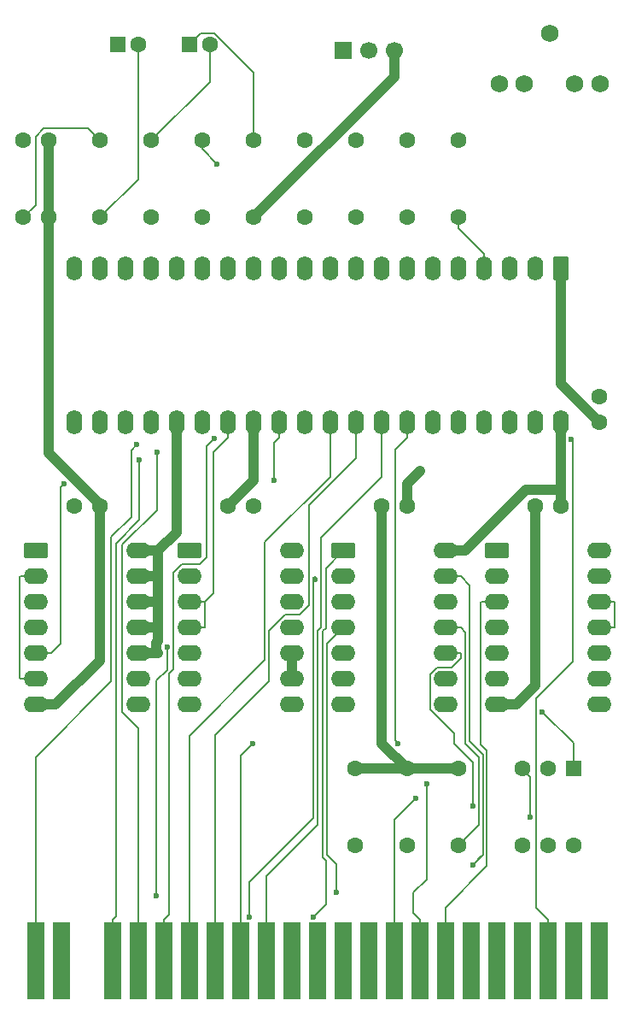
<source format=gbr>
%TF.GenerationSoftware,KiCad,Pcbnew,9.0.3*%
%TF.CreationDate,2025-08-11T15:59:24+01:00*%
%TF.ProjectId,MyZON-X,4d795a4f-4e2d-4582-9e6b-696361645f70,rev?*%
%TF.SameCoordinates,Original*%
%TF.FileFunction,Copper,L1,Top*%
%TF.FilePolarity,Positive*%
%FSLAX46Y46*%
G04 Gerber Fmt 4.6, Leading zero omitted, Abs format (unit mm)*
G04 Created by KiCad (PCBNEW 9.0.3) date 2025-08-11 15:59:24*
%MOMM*%
%LPD*%
G01*
G04 APERTURE LIST*
G04 Aperture macros list*
%AMRoundRect*
0 Rectangle with rounded corners*
0 $1 Rounding radius*
0 $2 $3 $4 $5 $6 $7 $8 $9 X,Y pos of 4 corners*
0 Add a 4 corners polygon primitive as box body*
4,1,4,$2,$3,$4,$5,$6,$7,$8,$9,$2,$3,0*
0 Add four circle primitives for the rounded corners*
1,1,$1+$1,$2,$3*
1,1,$1+$1,$4,$5*
1,1,$1+$1,$6,$7*
1,1,$1+$1,$8,$9*
0 Add four rect primitives between the rounded corners*
20,1,$1+$1,$2,$3,$4,$5,0*
20,1,$1+$1,$4,$5,$6,$7,0*
20,1,$1+$1,$6,$7,$8,$9,0*
20,1,$1+$1,$8,$9,$2,$3,0*%
G04 Aperture macros list end*
%TA.AperFunction,ComponentPad*%
%ADD10C,1.600000*%
%TD*%
%TA.AperFunction,ComponentPad*%
%ADD11RoundRect,0.250000X-0.550000X0.950000X-0.550000X-0.950000X0.550000X-0.950000X0.550000X0.950000X0*%
%TD*%
%TA.AperFunction,ComponentPad*%
%ADD12O,1.600000X2.400000*%
%TD*%
%TA.AperFunction,ConnectorPad*%
%ADD13R,1.778000X7.620000*%
%TD*%
%TA.AperFunction,ComponentPad*%
%ADD14RoundRect,0.250000X-0.550000X0.550000X-0.550000X-0.550000X0.550000X-0.550000X0.550000X0.550000X0*%
%TD*%
%TA.AperFunction,ComponentPad*%
%ADD15R,1.700000X1.700000*%
%TD*%
%TA.AperFunction,ComponentPad*%
%ADD16C,1.700000*%
%TD*%
%TA.AperFunction,ComponentPad*%
%ADD17RoundRect,0.250000X-0.550000X-0.550000X0.550000X-0.550000X0.550000X0.550000X-0.550000X0.550000X0*%
%TD*%
%TA.AperFunction,ComponentPad*%
%ADD18C,1.752600*%
%TD*%
%TA.AperFunction,ComponentPad*%
%ADD19RoundRect,0.250000X-0.950000X-0.550000X0.950000X-0.550000X0.950000X0.550000X-0.950000X0.550000X0*%
%TD*%
%TA.AperFunction,ComponentPad*%
%ADD20O,2.400000X1.600000*%
%TD*%
%TA.AperFunction,ViaPad*%
%ADD21C,0.600000*%
%TD*%
%TA.AperFunction,ViaPad*%
%ADD22C,0.800000*%
%TD*%
%TA.AperFunction,Conductor*%
%ADD23C,1.000000*%
%TD*%
%TA.AperFunction,Conductor*%
%ADD24C,0.200000*%
%TD*%
G04 APERTURE END LIST*
D10*
%TO.P,C5,1*%
%TO.N,VCC*%
X59710000Y-99695000D03*
%TO.P,C5,2*%
%TO.N,GND*%
X62210000Y-99695000D03*
%TD*%
%TO.P,R4,1*%
%TO.N,/OUTA*%
X97790000Y-71120000D03*
%TO.P,R4,2*%
%TO.N,Net-(C1-Pad1)*%
X97790000Y-63500000D03*
%TD*%
D11*
%TO.P,U1,1,GND*%
%TO.N,GND*%
X107940000Y-76200000D03*
D12*
%TO.P,U1,2,NC2*%
%TO.N,unconnected-(U1-NC2-Pad2)*%
X105400000Y-76200000D03*
%TO.P,U1,3,OUTB*%
%TO.N,/OUTB*%
X102860000Y-76200000D03*
%TO.P,U1,4,OUTA*%
%TO.N,/OUTA*%
X100320000Y-76200000D03*
%TO.P,U1,5,NC5*%
%TO.N,unconnected-(U1-NC5-Pad5)*%
X97780000Y-76200000D03*
%TO.P,U1,6,IOB7*%
%TO.N,unconnected-(U1-IOB7-Pad6)*%
X95240000Y-76200000D03*
%TO.P,U1,7,IOB6*%
%TO.N,unconnected-(U1-IOB6-Pad7)*%
X92700000Y-76200000D03*
%TO.P,U1,8,IOB5*%
%TO.N,unconnected-(U1-IOB5-Pad8)*%
X90160000Y-76200000D03*
%TO.P,U1,9,IOB4*%
%TO.N,unconnected-(U1-IOB4-Pad9)*%
X87620000Y-76200000D03*
%TO.P,U1,10,IOB3*%
%TO.N,unconnected-(U1-IOB3-Pad10)*%
X85080000Y-76200000D03*
%TO.P,U1,11,IOB2*%
%TO.N,unconnected-(U1-IOB2-Pad11)*%
X82540000Y-76200000D03*
%TO.P,U1,12,IOB1*%
%TO.N,unconnected-(U1-IOB1-Pad12)*%
X80000000Y-76200000D03*
%TO.P,U1,13,IOB0*%
%TO.N,unconnected-(U1-IOB0-Pad13)*%
X77460000Y-76200000D03*
%TO.P,U1,14,IOA7*%
%TO.N,unconnected-(U1-IOA7-Pad14)*%
X74920000Y-76200000D03*
%TO.P,U1,15,IOA6*%
%TO.N,unconnected-(U1-IOA6-Pad15)*%
X72380000Y-76200000D03*
%TO.P,U1,16,IOA5*%
%TO.N,unconnected-(U1-IOA5-Pad16)*%
X69840000Y-76200000D03*
%TO.P,U1,17,IOA4*%
%TO.N,unconnected-(U1-IOA4-Pad17)*%
X67300000Y-76200000D03*
%TO.P,U1,18,IOA3*%
%TO.N,unconnected-(U1-IOA3-Pad18)*%
X64760000Y-76200000D03*
%TO.P,U1,19,IOA2*%
%TO.N,unconnected-(U1-IOA2-Pad19)*%
X62220000Y-76200000D03*
%TO.P,U1,20,IOA1*%
%TO.N,unconnected-(U1-IOA1-Pad20)*%
X59680000Y-76200000D03*
%TO.P,U1,21,IOA0*%
%TO.N,unconnected-(U1-IOA0-Pad21)*%
X59680000Y-91440000D03*
%TO.P,U1,22,CLOCK*%
%TO.N,/PSGCLK*%
X62220000Y-91440000D03*
%TO.P,U1,23,RESET*%
%TO.N,/~{RESET}*%
X64760000Y-91440000D03*
%TO.P,U1,24,A9*%
%TO.N,VCC*%
X67300000Y-91440000D03*
%TO.P,U1,25,A8*%
X69840000Y-91440000D03*
%TO.P,U1,26,TEST2*%
%TO.N,unconnected-(U1-TEST2-Pad26)*%
X72380000Y-91440000D03*
%TO.P,U1,27,BDIR*%
%TO.N,/BDIR*%
X74920000Y-91440000D03*
%TO.P,U1,28,BC2*%
%TO.N,VCC*%
X77460000Y-91440000D03*
%TO.P,U1,29,BC1*%
%TO.N,/BC1*%
X80000000Y-91440000D03*
%TO.P,U1,30,D7*%
%TO.N,/D7*%
X82540000Y-91440000D03*
%TO.P,U1,31,D6*%
%TO.N,/D6*%
X85080000Y-91440000D03*
%TO.P,U1,32,D5*%
%TO.N,/D5*%
X87620000Y-91440000D03*
%TO.P,U1,33,D4*%
%TO.N,/D4*%
X90160000Y-91440000D03*
%TO.P,U1,34,D3*%
%TO.N,/D3*%
X92700000Y-91440000D03*
%TO.P,U1,35,D2*%
%TO.N,/D2*%
X95240000Y-91440000D03*
%TO.P,U1,36,D1*%
%TO.N,/D1*%
X97780000Y-91440000D03*
%TO.P,U1,37,D0*%
%TO.N,/D0*%
X100320000Y-91440000D03*
%TO.P,U1,38,OUTC*%
%TO.N,/OUTC*%
X102860000Y-91440000D03*
%TO.P,U1,39,TEST1*%
%TO.N,unconnected-(U1-TEST1-Pad39)*%
X105400000Y-91440000D03*
%TO.P,U1,40,VCC*%
%TO.N,VCC*%
X107940000Y-91440000D03*
%TD*%
D10*
%TO.P,R11,1*%
%TO.N,Net-(C2-Pad2)*%
X62230000Y-71120000D03*
%TO.P,R11,2*%
%TO.N,Net-(CO3-Pin_1)*%
X62230000Y-63500000D03*
%TD*%
%TO.P,C3,1*%
%TO.N,Net-(CO3-Pin_2)*%
X54635000Y-63500000D03*
%TO.P,C3,2*%
%TO.N,GND*%
X57135000Y-63500000D03*
%TD*%
%TO.P,R3,1*%
%TO.N,VCC*%
X87555000Y-125730000D03*
%TO.P,R3,2*%
%TO.N,Net-(R3-Pad2)*%
X87555000Y-133350000D03*
%TD*%
%TO.P,C6,1*%
%TO.N,VCC*%
X74950000Y-99695000D03*
%TO.P,C6,2*%
%TO.N,GND*%
X77450000Y-99695000D03*
%TD*%
D13*
%TO.P,CO1,B3,D7*%
%TO.N,/D7*%
X55874982Y-144780000D03*
%TO.P,CO1,B4,~{RAMCS}*%
%TO.N,unconnected-(CO1-~{RAMCS}-PadB4)*%
X58414982Y-144780000D03*
%TO.P,CO1,B6,D0*%
%TO.N,/D0*%
X63494982Y-144780000D03*
%TO.P,CO1,B7,D1*%
%TO.N,/D1*%
X66034982Y-144780000D03*
%TO.P,CO1,B8,D2*%
%TO.N,/D2*%
X68574982Y-144780000D03*
%TO.P,CO1,B9,D6*%
%TO.N,/D6*%
X71114982Y-144780000D03*
%TO.P,CO1,B10,D5*%
%TO.N,/D5*%
X73654982Y-144780000D03*
%TO.P,CO1,B11,D3*%
%TO.N,/D3*%
X76194982Y-144780000D03*
%TO.P,CO1,B12,D4*%
%TO.N,/D4*%
X78724982Y-144780000D03*
%TO.P,CO1,B13,~{INT}*%
%TO.N,unconnected-(CO1-~{INT}-PadB13)*%
X81274982Y-144780000D03*
%TO.P,CO1,B14,~{NMI}*%
%TO.N,unconnected-(CO1-~{NMI}-PadB14)*%
X83814982Y-144780000D03*
%TO.P,CO1,B15,~{HALT}*%
%TO.N,unconnected-(CO1-~{HALT}-PadB15)*%
X86354982Y-144780000D03*
%TO.P,CO1,B16,~{MREQ}*%
%TO.N,unconnected-(CO1-~{MREQ}-PadB16)*%
X88894982Y-144780000D03*
%TO.P,CO1,B17,~{IOREQ}*%
%TO.N,/~{IOREQ}*%
X91434982Y-144780000D03*
%TO.P,CO1,B18,~{RD}*%
%TO.N,/~{RD}*%
X93974982Y-144780000D03*
%TO.P,CO1,B19,~{WR}*%
%TO.N,/~{WR}*%
X96514982Y-144780000D03*
%TO.P,CO1,B20,~{BUSAC}*%
%TO.N,unconnected-(CO1-~{BUSAC}-PadB20)*%
X99054982Y-144780000D03*
%TO.P,CO1,B21,~{WAIT}*%
%TO.N,unconnected-(CO1-~{WAIT}-PadB21)*%
X101594982Y-144780000D03*
%TO.P,CO1,B22,~{BUSRQ}*%
%TO.N,unconnected-(CO1-~{BUSRQ}-PadB22)*%
X104134982Y-144780000D03*
%TO.P,CO1,B23,~{RESET}*%
%TO.N,/~{RESET}*%
X106674982Y-144780000D03*
%TO.P,CO1,B24,~{M1}*%
%TO.N,unconnected-(CO1-~{M1}-PadB24)*%
X109214982Y-144780000D03*
%TO.P,CO1,B25,~{RFSH}*%
%TO.N,unconnected-(CO1-~{RFSH}-PadB25)*%
X111754982Y-144780000D03*
%TD*%
D10*
%TO.P,R1,1*%
%TO.N,VCC*%
X97785000Y-125730000D03*
%TO.P,R1,2*%
%TO.N,Net-(R1-Pad2)*%
X97785000Y-133350000D03*
%TD*%
D14*
%TO.P,SW1,1*%
%TO.N,Net-(R3-Pad2)*%
X109220000Y-125730000D03*
D10*
%TO.P,SW1,2*%
%TO.N,Net-(R2-Pad2)*%
X106680000Y-125730000D03*
%TO.P,SW1,3*%
%TO.N,Net-(R1-Pad2)*%
X104140000Y-125730000D03*
%TO.P,SW1,4*%
%TO.N,/A6*%
X104140000Y-133350000D03*
%TO.P,SW1,5*%
%TO.N,/A5*%
X106680000Y-133350000D03*
%TO.P,SW1,6*%
%TO.N,/A4*%
X109220000Y-133350000D03*
%TD*%
%TO.P,R8,1*%
%TO.N,Net-(C1-Pad1)*%
X77470000Y-63500000D03*
%TO.P,R8,2*%
%TO.N,GND*%
X77470000Y-71120000D03*
%TD*%
%TO.P,R2,1*%
%TO.N,VCC*%
X92705000Y-125730000D03*
%TO.P,R2,2*%
%TO.N,Net-(R2-Pad2)*%
X92705000Y-133350000D03*
%TD*%
D15*
%TO.P,CO3,1,Pin_1*%
%TO.N,Net-(CO3-Pin_1)*%
X86355000Y-54610000D03*
D16*
%TO.P,CO3,2,Pin_2*%
%TO.N,Net-(CO3-Pin_2)*%
X88895000Y-54610000D03*
%TO.P,CO3,3,Pin_3*%
%TO.N,GND*%
X91435000Y-54610000D03*
%TD*%
D10*
%TO.P,C4,1*%
%TO.N,Net-(CO3-Pin_1)*%
X54615000Y-71120000D03*
%TO.P,C4,2*%
%TO.N,GND*%
X57115000Y-71120000D03*
%TD*%
D17*
%TO.P,C2,1*%
%TO.N,Net-(C2-Pad1)*%
X64035000Y-53975000D03*
D10*
%TO.P,C2,2*%
%TO.N,Net-(C2-Pad2)*%
X66035000Y-53975000D03*
%TD*%
%TO.P,R7,1*%
%TO.N,Net-(C1-Pad1)*%
X82550000Y-63500000D03*
%TO.P,R7,2*%
%TO.N,/OUTC*%
X82550000Y-71120000D03*
%TD*%
%TO.P,R5,1*%
%TO.N,/OUTB*%
X92710000Y-71120000D03*
%TO.P,R5,2*%
%TO.N,Net-(C2-Pad1)*%
X92710000Y-63500000D03*
%TD*%
D18*
%TO.P,CO2,1,1*%
%TO.N,unconnected-(CO2-Pad1)*%
X111845100Y-57840000D03*
%TO.P,CO2,2,2*%
%TO.N,Net-(CO3-Pin_2)*%
X109345100Y-57840000D03*
%TO.P,CO2,3,3*%
%TO.N,Net-(CO3-Pin_1)*%
X104345100Y-57840000D03*
%TO.P,CO2,4,4*%
%TO.N,unconnected-(CO2-Pad4)*%
X101845100Y-57840000D03*
%TO.P,CO2,5,5*%
%TO.N,GND*%
X106845100Y-52840000D03*
%TD*%
D19*
%TO.P,U4,1*%
%TO.N,/A3*%
X86360000Y-104140000D03*
D20*
%TO.P,U4,2*%
%TO.N,/A2*%
X86360000Y-106680000D03*
%TO.P,U4,3*%
%TO.N,Net-(U4-Pad12)*%
X86360000Y-109220000D03*
%TO.P,U4,4*%
%TO.N,/A0*%
X86360000Y-111760000D03*
%TO.P,U4,5*%
%TO.N,Net-(U4-Pad5)*%
X86360000Y-114300000D03*
%TO.P,U4,6*%
%TO.N,/VALID*%
X86360000Y-116840000D03*
%TO.P,U4,7,GND*%
%TO.N,GND*%
X86360000Y-119380000D03*
%TO.P,U4,8*%
%TO.N,Net-(U4-Pad5)*%
X96520000Y-119380000D03*
%TO.P,U4,9*%
%TO.N,Net-(R3-Pad2)*%
X96520000Y-116840000D03*
%TO.P,U4,10*%
%TO.N,Net-(R2-Pad2)*%
X96520000Y-114300000D03*
%TO.P,U4,11*%
%TO.N,Net-(R1-Pad2)*%
X96520000Y-111760000D03*
%TO.P,U4,12*%
%TO.N,Net-(U4-Pad12)*%
X96520000Y-109220000D03*
%TO.P,U4,13*%
%TO.N,/A1*%
X96520000Y-106680000D03*
%TO.P,U4,14,VCC*%
%TO.N,VCC*%
X96520000Y-104140000D03*
%TD*%
D19*
%TO.P,U5,1*%
%TO.N,/IOWR*%
X101600000Y-104140000D03*
D20*
%TO.P,U5,2*%
%TO.N,/~{IOREQ}*%
X101600000Y-106680000D03*
%TO.P,U5,3*%
%TO.N,/~{WR}*%
X101600000Y-109220000D03*
%TO.P,U5,4*%
%TO.N,Net-(U5-Pad11)*%
X101600000Y-111760000D03*
%TO.P,U5,5*%
%TO.N,Net-(U3-Pad6)*%
X101600000Y-114300000D03*
%TO.P,U5,6*%
%TO.N,Net-(U3-Pad11)*%
X101600000Y-116840000D03*
%TO.P,U5,7,GND*%
%TO.N,GND*%
X101600000Y-119380000D03*
%TO.P,U5,8*%
%TO.N,/~{IOREQ}*%
X111760000Y-119380000D03*
%TO.P,U5,9*%
%TO.N,/~{RD}*%
X111760000Y-116840000D03*
%TO.P,U5,10*%
%TO.N,/IORD*%
X111760000Y-114300000D03*
%TO.P,U5,11*%
%TO.N,Net-(U5-Pad11)*%
X111760000Y-111760000D03*
%TO.P,U5,12*%
X111760000Y-109220000D03*
%TO.P,U5,13*%
%TO.N,/BC1*%
X111760000Y-106680000D03*
%TO.P,U5,14,VCC*%
%TO.N,VCC*%
X111760000Y-104140000D03*
%TD*%
D17*
%TO.P,C1,1*%
%TO.N,Net-(C1-Pad1)*%
X71115000Y-53975000D03*
D10*
%TO.P,C1,2*%
%TO.N,Net-(C1-Pad2)*%
X73115000Y-53975000D03*
%TD*%
%TO.P,R6,1*%
%TO.N,Net-(C2-Pad1)*%
X87630000Y-63500000D03*
%TO.P,R6,2*%
%TO.N,/OUTC*%
X87630000Y-71120000D03*
%TD*%
%TO.P,C9,1*%
%TO.N,VCC*%
X111755000Y-88900000D03*
%TO.P,C9,2*%
%TO.N,GND*%
X111755000Y-91400000D03*
%TD*%
D19*
%TO.P,U3,1*%
%TO.N,/VALID*%
X71120000Y-104140000D03*
D20*
%TO.P,U3,2*%
%TO.N,/IOWR*%
X71120000Y-106680000D03*
%TO.P,U3,3*%
%TO.N,/BDIR*%
X71120000Y-109220000D03*
%TO.P,U3,4*%
X71120000Y-111760000D03*
%TO.P,U3,5*%
%TO.N,/A7*%
X71120000Y-114300000D03*
%TO.P,U3,6*%
%TO.N,Net-(U3-Pad6)*%
X71120000Y-116840000D03*
%TO.P,U3,7,GND*%
%TO.N,GND*%
X71120000Y-119380000D03*
%TO.P,U3,8*%
%TO.N,unconnected-(U3-Pad8)*%
X81280000Y-119380000D03*
%TO.P,U3,9*%
%TO.N,GND*%
X81280000Y-116840000D03*
%TO.P,U3,10*%
X81280000Y-114300000D03*
%TO.P,U3,11*%
%TO.N,Net-(U3-Pad11)*%
X81280000Y-111760000D03*
%TO.P,U3,12*%
%TO.N,/VALID*%
X81280000Y-109220000D03*
%TO.P,U3,13*%
%TO.N,/IORD*%
X81280000Y-106680000D03*
%TO.P,U3,14,VCC*%
%TO.N,VCC*%
X81280000Y-104140000D03*
%TD*%
D19*
%TO.P,U2,1,~{R}*%
%TO.N,VCC*%
X55880000Y-104140000D03*
D20*
%TO.P,U2,2,D*%
%TO.N,Net-(U2A-D)*%
X55880000Y-106680000D03*
%TO.P,U2,3,C*%
%TO.N,/CLK*%
X55880000Y-109220000D03*
%TO.P,U2,4,~{S}*%
%TO.N,VCC*%
X55880000Y-111760000D03*
%TO.P,U2,5,Q*%
%TO.N,/PSGCLK*%
X55880000Y-114300000D03*
%TO.P,U2,6,~{Q}*%
%TO.N,Net-(U2A-D)*%
X55880000Y-116840000D03*
%TO.P,U2,7,GND*%
%TO.N,GND*%
X55880000Y-119380000D03*
%TO.P,U2,8,~{Q}*%
%TO.N,unconnected-(U2B-~{Q}-Pad8)*%
X66040000Y-119380000D03*
%TO.P,U2,9,Q*%
%TO.N,unconnected-(U2B-Q-Pad9)*%
X66040000Y-116840000D03*
%TO.P,U2,10,~{S}*%
%TO.N,VCC*%
X66040000Y-114300000D03*
%TO.P,U2,11,C*%
X66040000Y-111760000D03*
%TO.P,U2,12,D*%
X66040000Y-109220000D03*
%TO.P,U2,13,~{R}*%
X66040000Y-106680000D03*
%TO.P,U2,14,VCC*%
X66040000Y-104140000D03*
%TD*%
D10*
%TO.P,R10,1*%
%TO.N,Net-(C1-Pad2)*%
X67310000Y-63500000D03*
%TO.P,R10,2*%
%TO.N,Net-(CO3-Pin_2)*%
X67310000Y-71120000D03*
%TD*%
%TO.P,C7,1*%
%TO.N,VCC*%
X90190000Y-99695000D03*
%TO.P,C7,2*%
%TO.N,GND*%
X92690000Y-99695000D03*
%TD*%
%TO.P,C8,1*%
%TO.N,VCC*%
X107930000Y-99695000D03*
%TO.P,C8,2*%
%TO.N,GND*%
X105430000Y-99695000D03*
%TD*%
%TO.P,R9,1*%
%TO.N,Net-(C2-Pad1)*%
X72390000Y-63500000D03*
%TO.P,R9,2*%
%TO.N,GND*%
X72390000Y-71120000D03*
%TD*%
D21*
%TO.N,Net-(C2-Pad1)*%
X73854100Y-65804800D03*
%TO.N,/CLK*%
X67857500Y-138341200D03*
X68882100Y-113650600D03*
%TO.N,/D2*%
X73614600Y-92992100D03*
%TO.N,/D7*%
X65902100Y-93644300D03*
%TO.N,/~{RESET}*%
X108978100Y-93080000D03*
%TO.N,/A3*%
X83370800Y-140394800D03*
%TO.N,/~{RD}*%
X94641100Y-127236000D03*
%TO.N,/A2*%
X77065500Y-140394800D03*
X83555600Y-106966700D03*
%TO.N,/~{IOREQ}*%
X93521600Y-128651100D03*
%TO.N,/A1*%
X99216600Y-135226300D03*
%TO.N,/A0*%
X85719800Y-137949900D03*
%TO.N,/D3*%
X77350700Y-123256000D03*
X91822500Y-123222800D03*
%TO.N,/D0*%
X66167300Y-95157100D03*
%TO.N,/D1*%
X67902700Y-94400700D03*
%TO.N,Net-(R1-Pad2)*%
X104921500Y-130481600D03*
%TO.N,Net-(R2-Pad2)*%
X99208300Y-129409800D03*
%TO.N,Net-(R3-Pad2)*%
X106107500Y-120072900D03*
%TO.N,/PSGCLK*%
X58684600Y-97495800D03*
%TO.N,/BC1*%
X79472300Y-97130800D03*
D22*
%TO.N,GND*%
X93949800Y-96249200D03*
%TD*%
D23*
%TO.N,GND*%
X92690000Y-97509000D02*
X92690000Y-99695000D01*
X93949800Y-96249200D02*
X92690000Y-97509000D01*
D24*
%TO.N,Net-(C1-Pad2)*%
X73115000Y-57695000D02*
X73115000Y-53975000D01*
X67310000Y-63500000D02*
X73115000Y-57695000D01*
%TO.N,Net-(C1-Pad1)*%
X72223800Y-52866200D02*
X71115000Y-53975000D01*
X77470000Y-56757500D02*
X73578700Y-52866200D01*
X73578700Y-52866200D02*
X72223800Y-52866200D01*
X77470000Y-63500000D02*
X77470000Y-56757500D01*
%TO.N,Net-(C2-Pad1)*%
X72390000Y-64340700D02*
X73854100Y-65804800D01*
X72390000Y-63500000D02*
X72390000Y-64340700D01*
%TO.N,Net-(C2-Pad2)*%
X66035000Y-67315000D02*
X62230000Y-71120000D01*
X66035000Y-53975000D02*
X66035000Y-67315000D01*
D23*
%TO.N,GND*%
X62210000Y-99695000D02*
X62210000Y-99533900D01*
X57125000Y-94448900D02*
X57125000Y-71120000D01*
X57115000Y-71120000D02*
X57125000Y-71120000D01*
X91435000Y-57155000D02*
X77470000Y-71120000D01*
X107940000Y-87585000D02*
X107940000Y-76200000D01*
X91435000Y-54610000D02*
X91435000Y-57155000D01*
X55880000Y-119380000D02*
X57831700Y-119380000D01*
X101600000Y-119380000D02*
X103551700Y-119380000D01*
X105430000Y-99695000D02*
X105430000Y-117501700D01*
X57125000Y-63510000D02*
X57135000Y-63500000D01*
X81280000Y-114300000D02*
X81280000Y-116840000D01*
X57125000Y-71120000D02*
X57125000Y-63510000D01*
X62210000Y-115001700D02*
X57831700Y-119380000D01*
X111755000Y-91400000D02*
X107940000Y-87585000D01*
X62210000Y-99533900D02*
X57125000Y-94448900D01*
X105430000Y-117501700D02*
X103551700Y-119380000D01*
X62210000Y-99695000D02*
X62210000Y-115001700D01*
%TO.N,VCC*%
X66040000Y-111760000D02*
X67991700Y-111760000D01*
X92705000Y-125730000D02*
X90190000Y-123215000D01*
X67991700Y-113053700D02*
X67830400Y-113215000D01*
X69840000Y-102291700D02*
X67991700Y-104140000D01*
X107926400Y-98105500D02*
X104506200Y-98105500D01*
X96520000Y-104140000D02*
X98471700Y-104140000D01*
X87555000Y-125730000D02*
X92705000Y-125730000D01*
X107930000Y-99695000D02*
X107930000Y-98109100D01*
X67830400Y-114086200D02*
X67991700Y-114247500D01*
X67830400Y-113215000D02*
X67830400Y-114086200D01*
X66040000Y-106680000D02*
X67991700Y-106680000D01*
X107940000Y-91440000D02*
X107926400Y-91453600D01*
X67991700Y-109220000D02*
X67991700Y-106680000D01*
X104506200Y-98105500D02*
X98471700Y-104140000D01*
X66040000Y-114300000D02*
X67991700Y-114300000D01*
X67991700Y-111760000D02*
X67991700Y-109220000D01*
X66040000Y-104140000D02*
X67991700Y-104140000D01*
X67991700Y-104140000D02*
X67991700Y-106680000D01*
X69840000Y-91440000D02*
X69840000Y-102291700D01*
X67991700Y-111760000D02*
X67991700Y-113053700D01*
X107926400Y-91453600D02*
X107926400Y-98105500D01*
X90190000Y-123215000D02*
X90190000Y-99695000D01*
X77460000Y-97185000D02*
X74950000Y-99695000D01*
X107930000Y-98109100D02*
X107926400Y-98105500D01*
X97785000Y-125730000D02*
X92705000Y-125730000D01*
X66040000Y-109220000D02*
X67991700Y-109220000D01*
X67991700Y-114247500D02*
X67991700Y-114300000D01*
X77460000Y-91440000D02*
X77460000Y-97185000D01*
D24*
%TO.N,/CLK*%
X68882100Y-113650600D02*
X68882100Y-115937400D01*
X67857500Y-116962000D02*
X67857500Y-138341200D01*
X68882100Y-115937400D02*
X67857500Y-116962000D01*
%TO.N,/D2*%
X69082100Y-116305400D02*
X69082100Y-140161200D01*
X70321100Y-105473900D02*
X69483800Y-106311200D01*
X69482300Y-115905200D02*
X69082100Y-116305400D01*
X69482300Y-115573500D02*
X69482300Y-115905200D01*
X72822900Y-104764300D02*
X72113300Y-105473900D01*
X69483800Y-106311200D02*
X69483800Y-115572000D01*
X69082100Y-140161200D02*
X68575000Y-140668300D01*
X72113300Y-105473900D02*
X70321100Y-105473900D01*
X72822900Y-93783800D02*
X72822900Y-104764300D01*
X69483800Y-115572000D02*
X69482300Y-115573500D01*
X73614600Y-92992100D02*
X72822900Y-93783800D01*
X68575000Y-144780000D02*
X68575000Y-140668300D01*
%TO.N,/D7*%
X63361600Y-117074600D02*
X55875000Y-124561200D01*
X63361600Y-102759600D02*
X63361600Y-117074600D01*
X55875000Y-124561200D02*
X55875000Y-144780000D01*
X65363900Y-94182500D02*
X65363900Y-100757300D01*
X65902100Y-93644300D02*
X65363900Y-94182500D01*
X65363900Y-100757300D02*
X63361600Y-102759600D01*
%TO.N,/D5*%
X79000400Y-117078900D02*
X73655000Y-122424300D01*
X82023500Y-110490000D02*
X80588600Y-110490000D01*
X79000400Y-112078200D02*
X79000400Y-117078900D01*
X87620000Y-91440000D02*
X87620000Y-94915800D01*
X87620000Y-94915800D02*
X82953900Y-99581900D01*
X82953900Y-109559600D02*
X82023500Y-110490000D01*
X80588600Y-110490000D02*
X79000400Y-112078200D01*
X73655000Y-122424300D02*
X73655000Y-144780000D01*
X82953900Y-99581900D02*
X82953900Y-109559600D01*
%TO.N,Net-(CO3-Pin_1)*%
X56670800Y-62316700D02*
X55849700Y-63137800D01*
X61046700Y-62316700D02*
X56670800Y-62316700D01*
X55849700Y-69885300D02*
X54615000Y-71120000D01*
X55849700Y-63137800D02*
X55849700Y-69885300D01*
X62230000Y-63500000D02*
X61046700Y-62316700D01*
%TO.N,/~{RESET}*%
X106675000Y-140668300D02*
X105523200Y-139516500D01*
X106675000Y-144780000D02*
X106675000Y-140668300D01*
X105489100Y-130198300D02*
X105489100Y-118784700D01*
X105489100Y-118784700D02*
X109155400Y-115118400D01*
X109155400Y-93257300D02*
X108978100Y-93080000D01*
X105523200Y-139516500D02*
X105523200Y-130232400D01*
X105523200Y-130232400D02*
X105489100Y-130198300D01*
X109155400Y-115118400D02*
X109155400Y-93257300D01*
%TO.N,/D4*%
X84187100Y-102826800D02*
X84187100Y-111685000D01*
X83825100Y-112047000D02*
X83825100Y-112712200D01*
X83825100Y-112712200D02*
X83825100Y-131278600D01*
X90160000Y-96853900D02*
X84187100Y-102826800D01*
X78725000Y-136378700D02*
X78725000Y-144780000D01*
X90160000Y-91440000D02*
X90160000Y-96853900D01*
X83825100Y-131278600D02*
X78725000Y-136378700D01*
X84187100Y-111685000D02*
X83825100Y-112047000D01*
%TO.N,/A3*%
X84462200Y-134651900D02*
X84628500Y-134818200D01*
X84344500Y-134534200D02*
X84462200Y-134651900D01*
X84628500Y-105871500D02*
X84628500Y-111811700D01*
X84628500Y-139137100D02*
X83370800Y-140394800D01*
X84628500Y-111811700D02*
X84344500Y-112095700D01*
X86360000Y-104140000D02*
X84628500Y-105871500D01*
X84462200Y-134651900D02*
X84628500Y-134818200D01*
X84344500Y-112095700D02*
X84344500Y-134534200D01*
X84628500Y-134818200D02*
X84628500Y-139137100D01*
%TO.N,/~{RD}*%
X93975000Y-140668300D02*
X93334000Y-140027300D01*
X93975000Y-144780000D02*
X93975000Y-140668300D01*
X94641100Y-136684300D02*
X94641100Y-127236000D01*
X93334000Y-140027300D02*
X93334000Y-137991400D01*
X93334000Y-137991400D02*
X94641100Y-136684300D01*
%TO.N,/D6*%
X78598700Y-103284800D02*
X78598700Y-114954700D01*
X85080000Y-91440000D02*
X85080000Y-96803500D01*
X71115000Y-122438400D02*
X71115000Y-144780000D01*
X85080000Y-96803500D02*
X78598700Y-103284800D01*
X78598700Y-114954700D02*
X71115000Y-122438400D01*
%TO.N,/A2*%
X77065500Y-136918700D02*
X77065500Y-140394800D01*
X83423400Y-130560800D02*
X77065500Y-136918700D01*
X83555600Y-106966700D02*
X83423400Y-107098900D01*
X83555600Y-106966700D02*
X83555600Y-106680000D01*
X83423400Y-107098900D02*
X83423400Y-130560800D01*
X83555600Y-106680000D02*
X83555600Y-106966700D01*
%TO.N,/~{IOREQ}*%
X91435000Y-130737700D02*
X91435000Y-144780000D01*
X93521600Y-128651100D02*
X91435000Y-130737700D01*
%TO.N,/A1*%
X96520000Y-106680000D02*
X98021700Y-106680000D01*
X99216600Y-135226300D02*
X99216600Y-135227900D01*
X99216600Y-135227900D02*
X99216600Y-135226300D01*
X99216600Y-135226300D02*
X100002100Y-134440800D01*
X99216600Y-135226300D02*
X100222000Y-134220900D01*
X98917700Y-123003100D02*
X98917700Y-107576000D01*
X100222000Y-134220900D02*
X100222000Y-124307400D01*
X100222000Y-124307400D02*
X98917700Y-123003100D01*
X98917700Y-107576000D02*
X98021700Y-106680000D01*
X100002100Y-134440800D02*
X99216600Y-135226300D01*
%TO.N,/A0*%
X85719800Y-135141300D02*
X85719800Y-137949900D01*
X84778600Y-113341400D02*
X84778600Y-134200100D01*
X84778600Y-134200100D02*
X85719800Y-135141300D01*
X86360000Y-111760000D02*
X84778600Y-113341400D01*
%TO.N,/D3*%
X77196200Y-123410500D02*
X77350700Y-123256000D01*
X77350700Y-123256000D02*
X77196200Y-123410500D01*
X91535700Y-122936000D02*
X91535700Y-94106000D01*
X92700000Y-91440000D02*
X92700000Y-92941700D01*
X91822500Y-123222800D02*
X91535700Y-122936000D01*
X91822500Y-123222800D02*
X91535700Y-122936000D01*
X77350700Y-123256000D02*
X76195000Y-124411700D01*
X91535700Y-94106000D02*
X92700000Y-92941700D01*
X76195000Y-124411700D02*
X76195000Y-144780000D01*
X91535700Y-122936000D02*
X91822500Y-123222800D01*
%TO.N,/D0*%
X66167300Y-101089900D02*
X63811100Y-103446100D01*
X66167300Y-95157100D02*
X66167300Y-101089900D01*
X63811100Y-140352200D02*
X63495000Y-140668300D01*
X63811100Y-103446100D02*
X63811100Y-140352200D01*
X63495000Y-144780000D02*
X63495000Y-140668300D01*
%TO.N,/~{WR}*%
X100625200Y-135370700D02*
X100625200Y-123896000D01*
X96515000Y-144780000D02*
X96515000Y-139480900D01*
X101600000Y-109220000D02*
X100098300Y-109220000D01*
X96515000Y-139480900D02*
X100625200Y-135370700D01*
X100199600Y-123470400D02*
X100033300Y-123304100D01*
X100199600Y-123470400D02*
X100033300Y-123304100D01*
X100033300Y-109285000D02*
X100033300Y-123304100D01*
X100625200Y-123896000D02*
X100199600Y-123470400D01*
X100098300Y-109220000D02*
X100033300Y-109285000D01*
%TO.N,/D1*%
X64463000Y-120103000D02*
X64463000Y-103525300D01*
X66035000Y-144780000D02*
X66035000Y-121675000D01*
X66035000Y-121675000D02*
X64463000Y-120103000D01*
X67902700Y-100085600D02*
X67902700Y-94400700D01*
X64463000Y-103525300D02*
X67902700Y-100085600D01*
%TO.N,Net-(R1-Pad2)*%
X99818800Y-124555100D02*
X99818800Y-131316200D01*
X104140000Y-125730000D02*
X104921500Y-126511500D01*
X98494800Y-112233100D02*
X98494800Y-123231100D01*
X96520000Y-111760000D02*
X98021700Y-111760000D01*
X99818800Y-131316200D02*
X97785000Y-133350000D01*
X98494800Y-123231100D02*
X99818800Y-124555100D01*
X98021700Y-111760000D02*
X98494800Y-112233100D01*
X104921500Y-126511500D02*
X104921500Y-130481600D01*
%TO.N,Net-(R2-Pad2)*%
X97079200Y-115738300D02*
X95663600Y-115738300D01*
X95018300Y-116383600D02*
X95018300Y-119836400D01*
X95018300Y-119836400D02*
X97376500Y-122194600D01*
X95663600Y-115738300D02*
X95018300Y-116383600D01*
X97376500Y-122194600D02*
X97376600Y-122194600D01*
X98021700Y-114300000D02*
X98021700Y-114795800D01*
X99208300Y-125101900D02*
X99208300Y-129409800D01*
X97376600Y-122194600D02*
X97376600Y-123270200D01*
X97376600Y-123270200D02*
X99208300Y-125101900D01*
X98021700Y-114795800D02*
X97079200Y-115738300D01*
X96520000Y-114300000D02*
X98021700Y-114300000D01*
%TO.N,Net-(R3-Pad2)*%
X109220000Y-125730000D02*
X109220000Y-123185400D01*
X109220000Y-123185400D02*
X106107500Y-120072900D01*
%TO.N,/OUTA*%
X100320000Y-74698300D02*
X97790000Y-72168300D01*
X97790000Y-72168300D02*
X97790000Y-71120000D01*
X100320000Y-76200000D02*
X100320000Y-74698300D01*
%TO.N,/PSGCLK*%
X55880000Y-114300000D02*
X57381700Y-114300000D01*
X58684600Y-97495800D02*
X58369100Y-97811300D01*
X58369100Y-97811300D02*
X58369100Y-113312600D01*
X58369100Y-113312600D02*
X57381700Y-114300000D01*
%TO.N,/BDIR*%
X74920000Y-92941700D02*
X73480200Y-94381500D01*
X74920000Y-91440000D02*
X74920000Y-92941700D01*
X73480200Y-108361500D02*
X72621700Y-109220000D01*
X73480200Y-94381500D02*
X73480200Y-108361500D01*
X72621700Y-111760000D02*
X72621700Y-109220000D01*
X71120000Y-111760000D02*
X72621700Y-111760000D01*
X71120000Y-109220000D02*
X72621700Y-109220000D01*
%TO.N,/BC1*%
X79472300Y-93469400D02*
X79472300Y-97130800D01*
X80000000Y-91440000D02*
X80000000Y-92941700D01*
X80000000Y-92941700D02*
X79472300Y-93469400D01*
%TO.N,Net-(U2A-D)*%
X55880000Y-116840000D02*
X54378300Y-116840000D01*
X54291500Y-106766800D02*
X54378300Y-106680000D01*
X54378300Y-116840000D02*
X54291500Y-116753200D01*
X54291500Y-116753200D02*
X54291500Y-106766800D01*
X55880000Y-106680000D02*
X54378300Y-106680000D01*
%TO.N,Net-(U5-Pad11)*%
X113261700Y-109220000D02*
X113261700Y-111760000D01*
X111760000Y-111760000D02*
X113261700Y-111760000D01*
X111760000Y-109220000D02*
X113261700Y-109220000D01*
%TD*%
M02*

</source>
